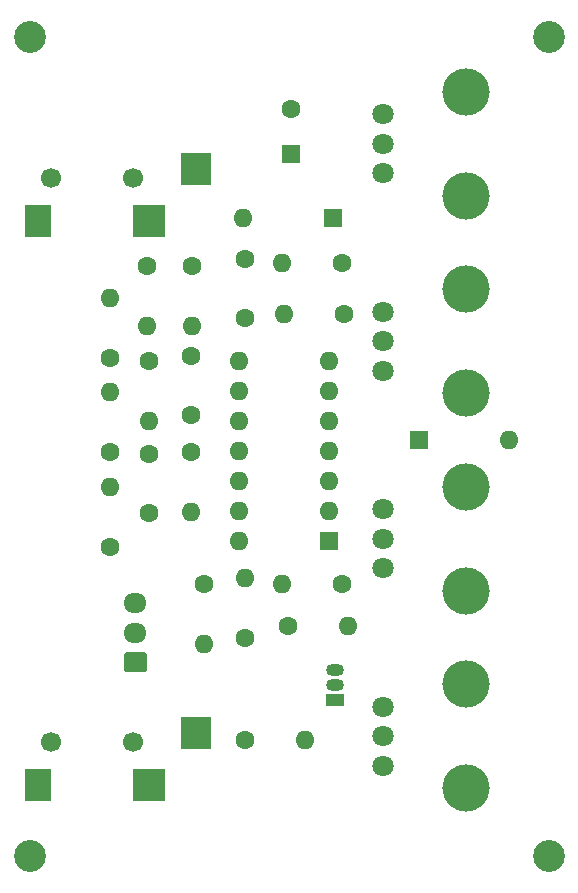
<source format=gbr>
G04 #@! TF.GenerationSoftware,KiCad,Pcbnew,(5.0.1)-rc2*
G04 #@! TF.CreationDate,2018-12-04T01:24:35-05:00*
G04 #@! TF.ProjectId,envelope,656E76656C6F70652E6B696361645F70,rev?*
G04 #@! TF.SameCoordinates,Original*
G04 #@! TF.FileFunction,Soldermask,Top*
G04 #@! TF.FilePolarity,Negative*
%FSLAX46Y46*%
G04 Gerber Fmt 4.6, Leading zero omitted, Abs format (unit mm)*
G04 Created by KiCad (PCBNEW (5.0.1)-rc2) date 12/4/2018 1:24:35 AM*
%MOMM*%
%LPD*%
G01*
G04 APERTURE LIST*
%ADD10C,2.700000*%
%ADD11C,1.600000*%
%ADD12O,1.600000X1.600000*%
%ADD13C,4.000000*%
%ADD14C,1.800000*%
%ADD15R,1.600000X1.600000*%
%ADD16C,0.100000*%
%ADD17C,1.700000*%
%ADD18O,1.950000X1.700000*%
%ADD19R,2.600000X2.800000*%
%ADD20R,2.800000X2.800000*%
%ADD21R,2.200000X2.800000*%
%ADD22O,1.500000X1.050000*%
%ADD23R,1.500000X1.050000*%
G04 APERTURE END LIST*
D10*
G04 #@! TO.C,REF\002A\002A*
X174434500Y-95250000D03*
G04 #@! TD*
G04 #@! TO.C,REF\002A\002A*
X130492500Y-95250000D03*
G04 #@! TD*
G04 #@! TO.C,REF\002A\002A*
X174434500Y-25908000D03*
G04 #@! TD*
D11*
G04 #@! TO.C,R11*
X144272000Y-45339000D03*
D12*
X144272000Y-50419000D03*
G04 #@! TD*
D13*
G04 #@! TO.C,RV_S1*
X167401000Y-72808332D03*
X167401000Y-64008332D03*
D14*
X160401000Y-70908332D03*
X160401000Y-68408332D03*
X160401000Y-65908332D03*
G04 #@! TD*
G04 #@! TO.C,RV_R1*
X160401000Y-82630000D03*
X160401000Y-85130000D03*
X160401000Y-87630000D03*
D13*
X167401000Y-80730000D03*
X167401000Y-89530000D03*
G04 #@! TD*
G04 #@! TO.C,RV_D1*
X167401000Y-56086666D03*
X167401000Y-47286666D03*
D14*
X160401000Y-54186666D03*
X160401000Y-51686666D03*
X160401000Y-49186666D03*
G04 #@! TD*
G04 #@! TO.C,RV_A1*
X160401000Y-32465000D03*
X160401000Y-34965000D03*
X160401000Y-37465000D03*
D13*
X167401000Y-30565000D03*
X167401000Y-39365000D03*
G04 #@! TD*
D15*
G04 #@! TO.C,C5*
X152654000Y-35814000D03*
D11*
X152654000Y-32014000D03*
G04 #@! TD*
D16*
G04 #@! TO.C,J8*
G36*
X140195504Y-78018204D02*
X140219773Y-78021804D01*
X140243571Y-78027765D01*
X140266671Y-78036030D01*
X140288849Y-78046520D01*
X140309893Y-78059133D01*
X140329598Y-78073747D01*
X140347777Y-78090223D01*
X140364253Y-78108402D01*
X140378867Y-78128107D01*
X140391480Y-78149151D01*
X140401970Y-78171329D01*
X140410235Y-78194429D01*
X140416196Y-78218227D01*
X140419796Y-78242496D01*
X140421000Y-78267000D01*
X140421000Y-79467000D01*
X140419796Y-79491504D01*
X140416196Y-79515773D01*
X140410235Y-79539571D01*
X140401970Y-79562671D01*
X140391480Y-79584849D01*
X140378867Y-79605893D01*
X140364253Y-79625598D01*
X140347777Y-79643777D01*
X140329598Y-79660253D01*
X140309893Y-79674867D01*
X140288849Y-79687480D01*
X140266671Y-79697970D01*
X140243571Y-79706235D01*
X140219773Y-79712196D01*
X140195504Y-79715796D01*
X140171000Y-79717000D01*
X138721000Y-79717000D01*
X138696496Y-79715796D01*
X138672227Y-79712196D01*
X138648429Y-79706235D01*
X138625329Y-79697970D01*
X138603151Y-79687480D01*
X138582107Y-79674867D01*
X138562402Y-79660253D01*
X138544223Y-79643777D01*
X138527747Y-79625598D01*
X138513133Y-79605893D01*
X138500520Y-79584849D01*
X138490030Y-79562671D01*
X138481765Y-79539571D01*
X138475804Y-79515773D01*
X138472204Y-79491504D01*
X138471000Y-79467000D01*
X138471000Y-78267000D01*
X138472204Y-78242496D01*
X138475804Y-78218227D01*
X138481765Y-78194429D01*
X138490030Y-78171329D01*
X138500520Y-78149151D01*
X138513133Y-78128107D01*
X138527747Y-78108402D01*
X138544223Y-78090223D01*
X138562402Y-78073747D01*
X138582107Y-78059133D01*
X138603151Y-78046520D01*
X138625329Y-78036030D01*
X138648429Y-78027765D01*
X138672227Y-78021804D01*
X138696496Y-78018204D01*
X138721000Y-78017000D01*
X140171000Y-78017000D01*
X140195504Y-78018204D01*
X140195504Y-78018204D01*
G37*
D17*
X139446000Y-78867000D03*
D18*
X139446000Y-76367000D03*
X139446000Y-73867000D03*
G04 #@! TD*
D11*
G04 #@! TO.C,C1*
X144145000Y-52912000D03*
X144145000Y-57912000D03*
G04 #@! TD*
G04 #@! TO.C,C3*
X140589000Y-61214000D03*
X140589000Y-66214000D03*
G04 #@! TD*
G04 #@! TO.C,C4*
X148717000Y-49704000D03*
X148717000Y-44704000D03*
G04 #@! TD*
D12*
G04 #@! TO.C,D1*
X148590000Y-41275000D03*
D15*
X156210000Y-41275000D03*
G04 #@! TD*
G04 #@! TO.C,D2*
X163449000Y-60071000D03*
D12*
X171069000Y-60071000D03*
G04 #@! TD*
D17*
G04 #@! TO.C,J2*
X139267000Y-37846000D03*
X132267000Y-37846000D03*
D19*
X144567000Y-37096000D03*
D20*
X140567000Y-41546000D03*
D21*
X131167000Y-41546000D03*
G04 #@! TD*
G04 #@! TO.C,J9*
X131167000Y-89298000D03*
D20*
X140567000Y-89298000D03*
D19*
X144567000Y-84848000D03*
D17*
X132267000Y-85598000D03*
X139267000Y-85598000D03*
G04 #@! TD*
D22*
G04 #@! TO.C,Q1*
X156337000Y-80772000D03*
X156337000Y-79502000D03*
D23*
X156337000Y-82042000D03*
G04 #@! TD*
D12*
G04 #@! TO.C,R1*
X145288000Y-77343000D03*
D11*
X145288000Y-72263000D03*
G04 #@! TD*
D12*
G04 #@! TO.C,R2*
X148717000Y-71755000D03*
D11*
X148717000Y-76835000D03*
G04 #@! TD*
G04 #@! TO.C,R3*
X140462000Y-45339000D03*
D12*
X140462000Y-50419000D03*
G04 #@! TD*
D11*
G04 #@! TO.C,R4*
X137287000Y-69088000D03*
D12*
X137287000Y-64008000D03*
G04 #@! TD*
D11*
G04 #@! TO.C,R5*
X157099000Y-49403000D03*
D12*
X152019000Y-49403000D03*
G04 #@! TD*
G04 #@! TO.C,R6*
X144145000Y-66167000D03*
D11*
X144145000Y-61087000D03*
G04 #@! TD*
G04 #@! TO.C,R7*
X156972000Y-45085000D03*
D12*
X151892000Y-45085000D03*
G04 #@! TD*
D11*
G04 #@! TO.C,R8*
X140589000Y-53340000D03*
D12*
X140589000Y-58420000D03*
G04 #@! TD*
G04 #@! TO.C,R9*
X137287000Y-48006000D03*
D11*
X137287000Y-53086000D03*
G04 #@! TD*
D12*
G04 #@! TO.C,R10*
X157480000Y-75819000D03*
D11*
X152400000Y-75819000D03*
G04 #@! TD*
D12*
G04 #@! TO.C,R12*
X151892000Y-72263000D03*
D11*
X156972000Y-72263000D03*
G04 #@! TD*
D12*
G04 #@! TO.C,R13*
X153797000Y-85471000D03*
D11*
X148717000Y-85471000D03*
G04 #@! TD*
G04 #@! TO.C,R14*
X137287000Y-61087000D03*
D12*
X137287000Y-56007000D03*
G04 #@! TD*
D15*
G04 #@! TO.C,U2*
X155829000Y-68580000D03*
D12*
X148209000Y-53340000D03*
X155829000Y-66040000D03*
X148209000Y-55880000D03*
X155829000Y-63500000D03*
X148209000Y-58420000D03*
X155829000Y-60960000D03*
X148209000Y-60960000D03*
X155829000Y-58420000D03*
X148209000Y-63500000D03*
X155829000Y-55880000D03*
X148209000Y-66040000D03*
X155829000Y-53340000D03*
X148209000Y-68580000D03*
G04 #@! TD*
D10*
G04 #@! TO.C,REF\002A\002A*
X130492500Y-25908000D03*
G04 #@! TD*
M02*

</source>
